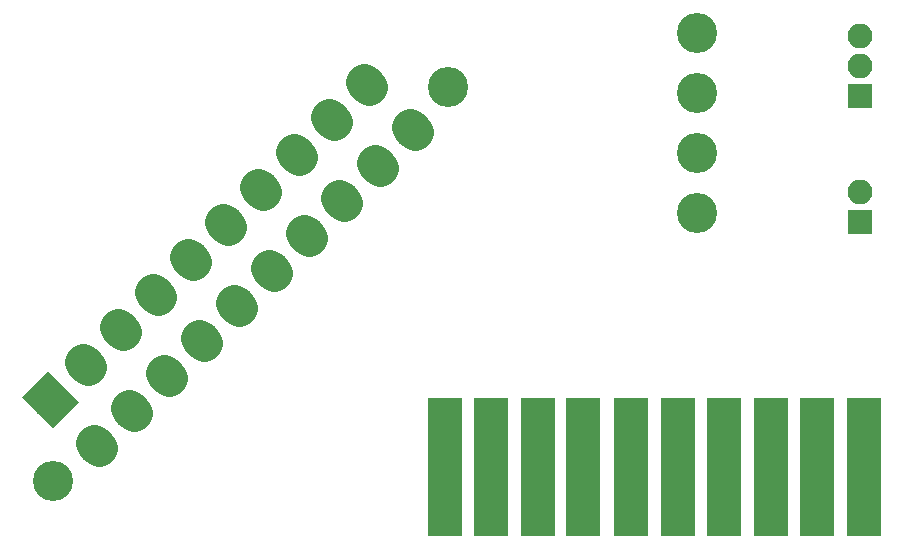
<source format=gbr>
G04 #@! TF.GenerationSoftware,KiCad,Pcbnew,5.0.0-fee4fd1~65~ubuntu17.10.1*
G04 #@! TF.CreationDate,2018-09-05T22:10:36-07:00*
G04 #@! TF.ProjectId,ATX2PCjr,4154583250436A722E6B696361645F70,rev?*
G04 #@! TF.SameCoordinates,Original*
G04 #@! TF.FileFunction,Soldermask,Top*
G04 #@! TF.FilePolarity,Negative*
%FSLAX46Y46*%
G04 Gerber Fmt 4.6, Leading zero omitted, Abs format (unit mm)*
G04 Created by KiCad (PCBNEW 5.0.0-fee4fd1~65~ubuntu17.10.1) date Wed Sep  5 22:10:36 2018*
%MOMM*%
%LPD*%
G01*
G04 APERTURE LIST*
%ADD10C,3.100000*%
%ADD11C,0.100000*%
%ADD12C,3.100000*%
%ADD13C,3.400000*%
%ADD14R,2.900000X11.720000*%
%ADD15O,2.100000X2.100000*%
%ADD16R,2.100000X2.100000*%
G04 APERTURE END LIST*
D10*
G04 #@! TO.C,J1*
X75261670Y-83990307D03*
D11*
G36*
X75473802Y-86394470D02*
X72857507Y-83778175D01*
X75049538Y-81586144D01*
X77665833Y-84202439D01*
X75473802Y-86394470D01*
X75473802Y-86394470D01*
G37*
D10*
X78231518Y-81020459D03*
D12*
X78019386Y-80808327D02*
X78443650Y-81232591D01*
D10*
X81201367Y-78050610D03*
D12*
X80989235Y-77838478D02*
X81413499Y-78262742D01*
D10*
X84171215Y-75080762D03*
D12*
X83959083Y-74868630D02*
X84383347Y-75292894D01*
D10*
X87141064Y-72110913D03*
D12*
X86928932Y-71898781D02*
X87353196Y-72323045D01*
D10*
X90110912Y-69141065D03*
D12*
X89898780Y-68928933D02*
X90323044Y-69353197D01*
D10*
X93080761Y-66171216D03*
D12*
X92868629Y-65959084D02*
X93292893Y-66383348D01*
D10*
X96050609Y-63201368D03*
D12*
X95838477Y-62989236D02*
X96262741Y-63413500D01*
D10*
X99020458Y-60231519D03*
D12*
X98808326Y-60019387D02*
X99232590Y-60443651D01*
D10*
X101990306Y-57261671D03*
D12*
X101778174Y-57049539D02*
X102202438Y-57473803D01*
D10*
X79150757Y-87879394D03*
D12*
X78938625Y-87667262D02*
X79362889Y-88091526D01*
D10*
X82120606Y-84909546D03*
D12*
X81908474Y-84697414D02*
X82332738Y-85121678D01*
D10*
X85090454Y-81939697D03*
D12*
X84878322Y-81727565D02*
X85302586Y-82151829D01*
D10*
X88060303Y-78969849D03*
D12*
X87848171Y-78757717D02*
X88272435Y-79181981D01*
D10*
X91030151Y-76000000D03*
D12*
X90818019Y-75787868D02*
X91242283Y-76212132D01*
D10*
X94000000Y-73030152D03*
D12*
X93787868Y-72818020D02*
X94212132Y-73242284D01*
D10*
X96969848Y-70060303D03*
D12*
X96757716Y-69848171D02*
X97181980Y-70272435D01*
D10*
X99939697Y-67090455D03*
D12*
X99727565Y-66878323D02*
X100151829Y-67302587D01*
D10*
X102909545Y-64120606D03*
D12*
X102697413Y-63908474D02*
X103121677Y-64332738D01*
D10*
X105879394Y-61150758D03*
D12*
X105667262Y-60938626D02*
X106091526Y-61362890D01*
D13*
X75502086Y-90877527D03*
X108877526Y-57502087D03*
G04 #@! TD*
G04 #@! TO.C,J5*
X130000000Y-52920000D03*
X130000000Y-58000000D03*
X130000000Y-63080000D03*
X130000000Y-68160000D03*
G04 #@! TD*
D14*
G04 #@! TO.C,J2*
X144130000Y-89660000D03*
X140180000Y-89660000D03*
X136240000Y-89660000D03*
X132290000Y-89660000D03*
X128350000Y-89660000D03*
X124380000Y-89660000D03*
X120380000Y-89660000D03*
X116510000Y-89660000D03*
X112570000Y-89660000D03*
X108630000Y-89660000D03*
G04 #@! TD*
D15*
G04 #@! TO.C,J3*
X143810000Y-66410000D03*
D16*
X143810000Y-68950000D03*
G04 #@! TD*
D15*
G04 #@! TO.C,J4*
X143810000Y-53190000D03*
X143810000Y-55730000D03*
D16*
X143810000Y-58270000D03*
G04 #@! TD*
M02*

</source>
